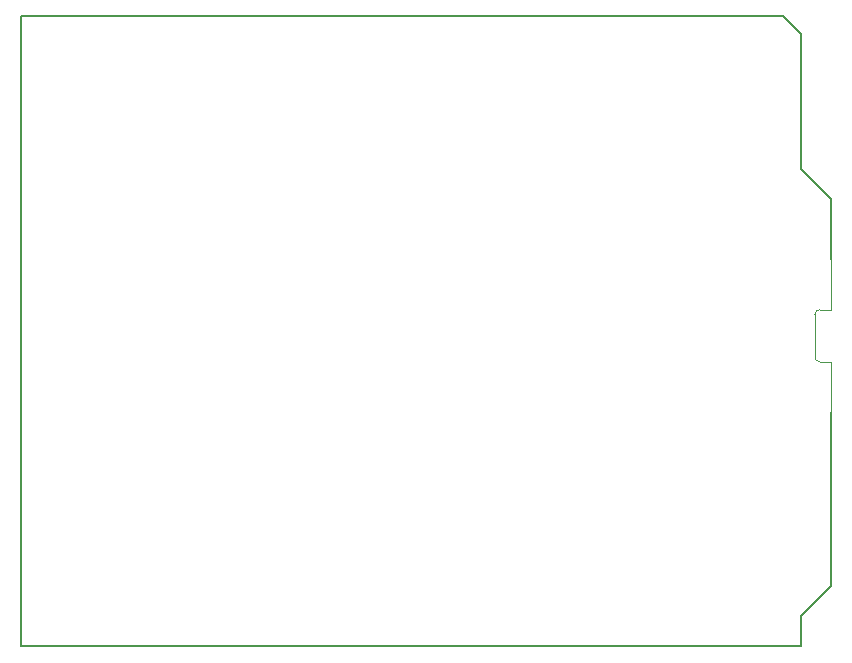
<source format=gbr>
%TF.GenerationSoftware,KiCad,Pcbnew,(6.0.5)*%
%TF.CreationDate,2022-11-11T15:24:04+00:00*%
%TF.ProjectId,ArduinoMozziExperimentShield,41726475-696e-46f4-9d6f-7a7a69457870,rev?*%
%TF.SameCoordinates,Original*%
%TF.FileFunction,Profile,NP*%
%FSLAX46Y46*%
G04 Gerber Fmt 4.6, Leading zero omitted, Abs format (unit mm)*
G04 Created by KiCad (PCBNEW (6.0.5)) date 2022-11-11 15:24:04*
%MOMM*%
%LPD*%
G01*
G04 APERTURE LIST*
%TA.AperFunction,Profile*%
%ADD10C,0.150000*%
%TD*%
%TA.AperFunction,Profile*%
%ADD11C,0.120000*%
%TD*%
G04 APERTURE END LIST*
D10*
X179578000Y-121285000D02*
X179578000Y-116165000D01*
X177038000Y-74549000D02*
X175514000Y-73025000D01*
X177038000Y-123825000D02*
X179578000Y-121285000D01*
X177038000Y-85979000D02*
X177038000Y-74549000D01*
X179598000Y-93565000D02*
X179598000Y-88519000D01*
X110998000Y-73025000D02*
X110998000Y-126365000D01*
X179598000Y-106565000D02*
X179578000Y-116165000D01*
X110998000Y-126365000D02*
X177038000Y-126365000D01*
X175514000Y-73025000D02*
X110998000Y-73025000D01*
X177038000Y-126365000D02*
X177038000Y-123825000D01*
X179598000Y-88519000D02*
X177038000Y-85979000D01*
D11*
%TO.C,J3*%
X178598000Y-102265000D02*
X179598000Y-102265000D01*
X179598000Y-102265000D02*
X179598000Y-106565000D01*
X178598000Y-97865000D02*
X179598000Y-97865000D01*
X179598000Y-97865000D02*
X179598000Y-93565000D01*
X178198000Y-98265000D02*
X178198000Y-101865000D01*
X178198000Y-101865000D02*
G75*
G03*
X178598000Y-102265000I400002J2D01*
G01*
X178598000Y-97865000D02*
G75*
G03*
X178198000Y-98265000I0J-400000D01*
G01*
%TD*%
M02*

</source>
